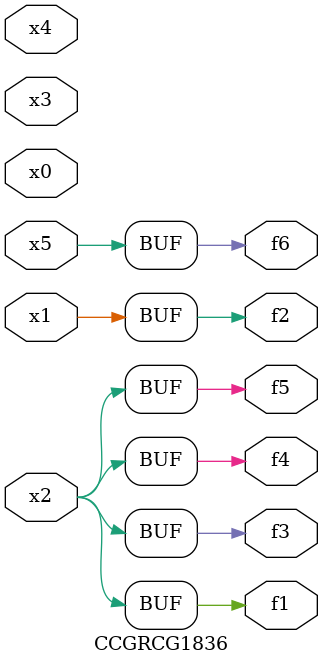
<source format=v>
module CCGRCG1836(
	input x0, x1, x2, x3, x4, x5,
	output f1, f2, f3, f4, f5, f6
);
	assign f1 = x2;
	assign f2 = x1;
	assign f3 = x2;
	assign f4 = x2;
	assign f5 = x2;
	assign f6 = x5;
endmodule

</source>
